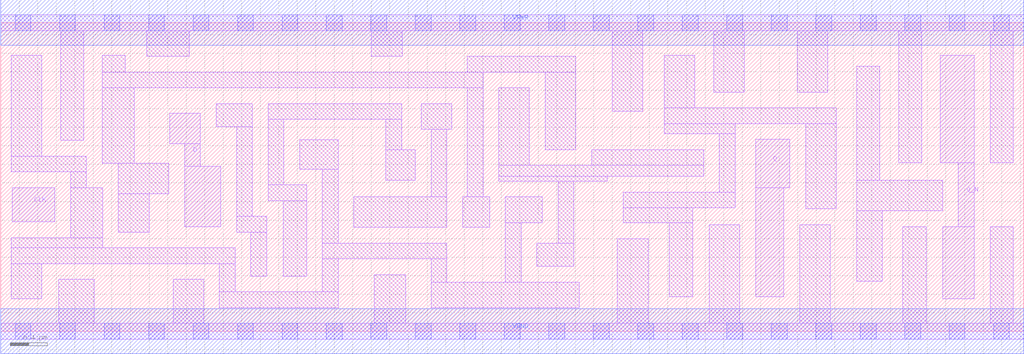
<source format=lef>
# Copyright 2020 The SkyWater PDK Authors
#
# Licensed under the Apache License, Version 2.0 (the "License");
# you may not use this file except in compliance with the License.
# You may obtain a copy of the License at
#
#     https://www.apache.org/licenses/LICENSE-2.0
#
# Unless required by applicable law or agreed to in writing, software
# distributed under the License is distributed on an "AS IS" BASIS,
# WITHOUT WARRANTIES OR CONDITIONS OF ANY KIND, either express or implied.
# See the License for the specific language governing permissions and
# limitations under the License.
#
# SPDX-License-Identifier: Apache-2.0

VERSION 5.5 ;
NAMESCASESENSITIVE ON ;
BUSBITCHARS "[]" ;
DIVIDERCHAR "/" ;
MACRO sky130_fd_sc_ls__dfxbp_2
  CLASS CORE ;
  SOURCE USER ;
  ORIGIN  0.000000  0.000000 ;
  SIZE  11.04000 BY  3.330000 ;
  SYMMETRY X Y ;
  SITE unit ;
  PIN D
    ANTENNAGATEAREA  0.126000 ;
    DIRECTION INPUT ;
    USE SIGNAL ;
    PORT
      LAYER li1 ;
        RECT 1.825000 2.025000 2.155000 2.355000 ;
        RECT 1.985000 1.125000 2.375000 1.780000 ;
        RECT 1.985000 1.780000 2.155000 2.025000 ;
    END
  END D
  PIN Q
    ANTENNADIFFAREA  0.543200 ;
    DIRECTION OUTPUT ;
    USE SIGNAL ;
    PORT
      LAYER li1 ;
        RECT 8.145000 0.370000 8.450000 1.550000 ;
        RECT 8.145000 1.550000 8.515000 2.070000 ;
    END
  END Q
  PIN Q_N
    ANTENNADIFFAREA  0.543200 ;
    DIRECTION OUTPUT ;
    USE SIGNAL ;
    PORT
      LAYER li1 ;
        RECT 10.140000 1.820000 10.505000 2.980000 ;
        RECT 10.165000 0.350000 10.505000 1.130000 ;
        RECT 10.335000 1.130000 10.505000 1.820000 ;
    END
  END Q_N
  PIN CLK
    ANTENNAGATEAREA  0.279000 ;
    DIRECTION INPUT ;
    USE CLOCK ;
    PORT
      LAYER li1 ;
        RECT 0.125000 1.180000 0.585000 1.550000 ;
    END
  END CLK
  PIN VGND
    DIRECTION INOUT ;
    SHAPE ABUTMENT ;
    USE GROUND ;
    PORT
      LAYER met1 ;
        RECT 0.000000 -0.245000 11.040000 0.245000 ;
    END
  END VGND
  PIN VPWR
    DIRECTION INOUT ;
    SHAPE ABUTMENT ;
    USE POWER ;
    PORT
      LAYER met1 ;
        RECT 0.000000 3.085000 11.040000 3.575000 ;
    END
  END VPWR
  OBS
    LAYER li1 ;
      RECT  0.000000 -0.085000 11.040000 0.085000 ;
      RECT  0.000000  3.245000 11.040000 3.415000 ;
      RECT  0.115000  0.350000  0.445000 0.730000 ;
      RECT  0.115000  0.730000  2.530000 0.900000 ;
      RECT  0.115000  0.900000  1.100000 1.010000 ;
      RECT  0.115000  1.720000  0.925000 1.890000 ;
      RECT  0.115000  1.890000  0.445000 2.980000 ;
      RECT  0.625000  0.085000  1.010000 0.560000 ;
      RECT  0.645000  2.060000  0.895000 3.245000 ;
      RECT  0.755000  1.010000  1.100000 1.550000 ;
      RECT  0.755000  1.550000  0.925000 1.720000 ;
      RECT  1.095000  1.815000  1.440000 2.625000 ;
      RECT  1.095000  2.625000  5.205000 2.795000 ;
      RECT  1.095000  2.795000  1.345000 2.980000 ;
      RECT  1.270000  1.070000  1.600000 1.485000 ;
      RECT  1.270000  1.485000  1.815000 1.815000 ;
      RECT  1.575000  2.965000  2.035000 3.245000 ;
      RECT  1.860000  0.085000  2.190000 0.560000 ;
      RECT  2.325000  2.205000  2.715000 2.455000 ;
      RECT  2.360000  0.255000  3.640000 0.425000 ;
      RECT  2.360000  0.425000  2.530000 0.730000 ;
      RECT  2.545000  1.070000  2.870000 1.240000 ;
      RECT  2.545000  1.240000  2.715000 2.205000 ;
      RECT  2.700000  0.595000  2.870000 1.070000 ;
      RECT  2.885000  1.410000  3.300000 1.580000 ;
      RECT  2.885000  1.580000  3.055000 2.285000 ;
      RECT  2.885000  2.285000  4.325000 2.455000 ;
      RECT  3.050000  0.595000  3.300000 1.410000 ;
      RECT  3.225000  1.750000  3.640000 2.065000 ;
      RECT  3.470000  0.425000  3.640000 0.780000 ;
      RECT  3.470000  0.780000  4.815000 0.950000 ;
      RECT  3.470000  0.950000  3.640000 1.750000 ;
      RECT  3.810000  1.120000  4.815000 1.450000 ;
      RECT  4.000000  2.965000  4.330000 3.245000 ;
      RECT  4.030000  0.085000  4.370000 0.610000 ;
      RECT  4.155000  1.630000  4.475000 1.960000 ;
      RECT  4.155000  1.960000  4.325000 2.285000 ;
      RECT  4.535000  2.180000  4.865000 2.455000 ;
      RECT  4.645000  0.255000  6.240000 0.530000 ;
      RECT  4.645000  0.530000  4.815000 0.780000 ;
      RECT  4.645000  1.450000  4.815000 2.180000 ;
      RECT  4.985000  1.120000  5.275000 1.450000 ;
      RECT  5.035000  1.450000  5.205000 2.625000 ;
      RECT  5.035000  2.795000  6.205000 2.965000 ;
      RECT  5.375000  1.620000  6.545000 1.670000 ;
      RECT  5.375000  1.670000  7.585000 1.790000 ;
      RECT  5.375000  1.790000  5.705000 2.625000 ;
      RECT  5.445000  0.530000  5.615000 1.170000 ;
      RECT  5.445000  1.170000  5.845000 1.450000 ;
      RECT  5.785000  0.700000  6.185000 0.950000 ;
      RECT  5.875000  1.960000  6.205000 2.795000 ;
      RECT  6.015000  0.950000  6.185000 1.620000 ;
      RECT  6.375000  1.790000  7.585000 1.960000 ;
      RECT  6.600000  2.375000  6.930000 3.245000 ;
      RECT  6.655000  0.085000  6.985000 1.000000 ;
      RECT  6.715000  1.170000  7.465000 1.330000 ;
      RECT  6.715000  1.330000  7.925000 1.500000 ;
      RECT  7.160000  2.130000  7.925000 2.240000 ;
      RECT  7.160000  2.240000  9.015000 2.410000 ;
      RECT  7.160000  2.410000  7.490000 2.980000 ;
      RECT  7.215000  0.370000  7.465000 1.170000 ;
      RECT  7.645000  0.085000  7.975000 1.150000 ;
      RECT  7.695000  2.580000  8.025000 3.245000 ;
      RECT  7.755000  1.500000  7.925000 2.130000 ;
      RECT  8.595000  2.580000  8.925000 3.245000 ;
      RECT  8.620000  0.085000  8.950000 1.150000 ;
      RECT  8.685000  1.320000  9.015000 2.240000 ;
      RECT  9.235000  0.540000  9.510000 1.300000 ;
      RECT  9.235000  1.300000 10.165000 1.630000 ;
      RECT  9.235000  1.630000  9.485000 2.860000 ;
      RECT  9.690000  1.820000  9.940000 3.245000 ;
      RECT  9.735000  0.085000  9.985000 1.130000 ;
      RECT 10.675000  0.085000 10.925000 1.130000 ;
      RECT 10.675000  1.820000 10.925000 3.245000 ;
    LAYER mcon ;
      RECT  0.155000 -0.085000  0.325000 0.085000 ;
      RECT  0.155000  3.245000  0.325000 3.415000 ;
      RECT  0.635000 -0.085000  0.805000 0.085000 ;
      RECT  0.635000  3.245000  0.805000 3.415000 ;
      RECT  1.115000 -0.085000  1.285000 0.085000 ;
      RECT  1.115000  3.245000  1.285000 3.415000 ;
      RECT  1.595000 -0.085000  1.765000 0.085000 ;
      RECT  1.595000  3.245000  1.765000 3.415000 ;
      RECT  2.075000 -0.085000  2.245000 0.085000 ;
      RECT  2.075000  3.245000  2.245000 3.415000 ;
      RECT  2.555000 -0.085000  2.725000 0.085000 ;
      RECT  2.555000  3.245000  2.725000 3.415000 ;
      RECT  3.035000 -0.085000  3.205000 0.085000 ;
      RECT  3.035000  3.245000  3.205000 3.415000 ;
      RECT  3.515000 -0.085000  3.685000 0.085000 ;
      RECT  3.515000  3.245000  3.685000 3.415000 ;
      RECT  3.995000 -0.085000  4.165000 0.085000 ;
      RECT  3.995000  3.245000  4.165000 3.415000 ;
      RECT  4.475000 -0.085000  4.645000 0.085000 ;
      RECT  4.475000  3.245000  4.645000 3.415000 ;
      RECT  4.955000 -0.085000  5.125000 0.085000 ;
      RECT  4.955000  3.245000  5.125000 3.415000 ;
      RECT  5.435000 -0.085000  5.605000 0.085000 ;
      RECT  5.435000  3.245000  5.605000 3.415000 ;
      RECT  5.915000 -0.085000  6.085000 0.085000 ;
      RECT  5.915000  3.245000  6.085000 3.415000 ;
      RECT  6.395000 -0.085000  6.565000 0.085000 ;
      RECT  6.395000  3.245000  6.565000 3.415000 ;
      RECT  6.875000 -0.085000  7.045000 0.085000 ;
      RECT  6.875000  3.245000  7.045000 3.415000 ;
      RECT  7.355000 -0.085000  7.525000 0.085000 ;
      RECT  7.355000  3.245000  7.525000 3.415000 ;
      RECT  7.835000 -0.085000  8.005000 0.085000 ;
      RECT  7.835000  3.245000  8.005000 3.415000 ;
      RECT  8.315000 -0.085000  8.485000 0.085000 ;
      RECT  8.315000  3.245000  8.485000 3.415000 ;
      RECT  8.795000 -0.085000  8.965000 0.085000 ;
      RECT  8.795000  3.245000  8.965000 3.415000 ;
      RECT  9.275000 -0.085000  9.445000 0.085000 ;
      RECT  9.275000  3.245000  9.445000 3.415000 ;
      RECT  9.755000 -0.085000  9.925000 0.085000 ;
      RECT  9.755000  3.245000  9.925000 3.415000 ;
      RECT 10.235000 -0.085000 10.405000 0.085000 ;
      RECT 10.235000  3.245000 10.405000 3.415000 ;
      RECT 10.715000 -0.085000 10.885000 0.085000 ;
      RECT 10.715000  3.245000 10.885000 3.415000 ;
  END
END sky130_fd_sc_ls__dfxbp_2

</source>
